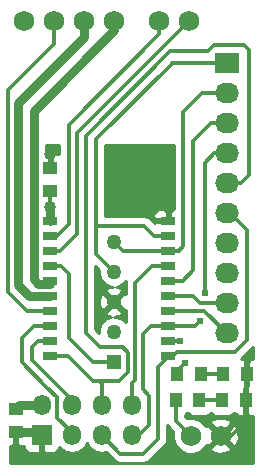
<source format=gbr>
G04 #@! TF.FileFunction,Copper,L1,Top,Signal*
%FSLAX46Y46*%
G04 Gerber Fmt 4.6, Leading zero omitted, Abs format (unit mm)*
G04 Created by KiCad (PCBNEW 0.201411241846+5301~19~ubuntu14.04.1-product) date Tue Jun  9 07:59:30 2015*
%MOMM*%
G01*
G04 APERTURE LIST*
%ADD10C,0.100000*%
%ADD11R,1.300000X1.000000*%
%ADD12R,1.000000X1.300000*%
%ADD13C,1.727200*%
%ADD14R,2.032000X1.727200*%
%ADD15O,2.032000X1.727200*%
%ADD16R,1.270000X1.270000*%
%ADD17C,1.270000*%
%ADD18R,1.270000X0.762000*%
%ADD19R,1.727200X1.727200*%
%ADD20O,1.524000X1.727200*%
%ADD21C,0.609600*%
%ADD22C,1.016000*%
%ADD23C,0.304800*%
%ADD24C,0.750000*%
%ADD25C,0.762000*%
%ADD26C,0.250000*%
%ADD27C,0.500000*%
%ADD28C,0.254000*%
G04 APERTURE END LIST*
D10*
D11*
X132550000Y-61400000D03*
X132550000Y-59400000D03*
X129600000Y-81800000D03*
X129600000Y-79800000D03*
D12*
X147150000Y-76850000D03*
X149150000Y-76850000D03*
X147100000Y-79100000D03*
X149100000Y-79100000D03*
D13*
X146970000Y-82100000D03*
X144430000Y-82100000D03*
X144270000Y-47000000D03*
X141730000Y-47000000D03*
D14*
X147500000Y-50570000D03*
D15*
X147500000Y-53110000D03*
X147500000Y-55650000D03*
X147500000Y-58190000D03*
X147500000Y-60730000D03*
X147500000Y-63270000D03*
X147500000Y-65810000D03*
X147500000Y-68350000D03*
X147500000Y-70890000D03*
X147500000Y-73430000D03*
D16*
X137922000Y-75819000D03*
D17*
X137922000Y-73279000D03*
X137922000Y-70739000D03*
X137922000Y-68199000D03*
X137922000Y-65659000D03*
D13*
X130340000Y-47000000D03*
X132880000Y-47000000D03*
X135420000Y-47000000D03*
X137960000Y-47000000D03*
D12*
X143300000Y-76850000D03*
X145300000Y-76850000D03*
X143150000Y-79100000D03*
X145150000Y-79100000D03*
D18*
X132541000Y-63881000D03*
X132541000Y-65151000D03*
X132541000Y-66421000D03*
X132541000Y-67691000D03*
X132541000Y-68961000D03*
X132541000Y-70231000D03*
X132541000Y-71501000D03*
X132541000Y-72771000D03*
X132541000Y-74041000D03*
X132541000Y-75311000D03*
X142541000Y-63881000D03*
X142541000Y-65151000D03*
X142541000Y-66421000D03*
X142541000Y-67691000D03*
X142541000Y-68961000D03*
X142541000Y-70231000D03*
X142541000Y-71501000D03*
X142541000Y-72771000D03*
X142541000Y-74041000D03*
X142541000Y-75311000D03*
D19*
X131826000Y-82042000D03*
D20*
X131826000Y-79502000D03*
X134366000Y-82042000D03*
X134366000Y-79502000D03*
X136906000Y-82042000D03*
X136906000Y-79502000D03*
X139446000Y-82042000D03*
X139446000Y-79502000D03*
D21*
X149250000Y-75650000D03*
D22*
X142550000Y-62800000D03*
X132550000Y-58250000D03*
X132541000Y-62700000D03*
D21*
X145600000Y-70000000D03*
X145250000Y-72350000D03*
X143500000Y-74050000D03*
X143950000Y-75950000D03*
D23*
X147150000Y-76850000D02*
X145300000Y-76850000D01*
D24*
X131759200Y-81975200D02*
X131826000Y-82042000D01*
D23*
X149150000Y-79050000D02*
X149100000Y-79100000D01*
X149150000Y-76850000D02*
X149150000Y-79050000D01*
X149100000Y-80870000D02*
X147270000Y-82700000D01*
X149100000Y-79100000D02*
X149100000Y-80870000D01*
D25*
X131584000Y-81800000D02*
X131826000Y-82042000D01*
X129600000Y-81800000D02*
X131584000Y-81800000D01*
D23*
X149150000Y-76850000D02*
X149150000Y-75750000D01*
X149150000Y-75750000D02*
X149250000Y-75650000D01*
X142541000Y-62809000D02*
X142541000Y-63881000D01*
X142541000Y-62809000D02*
X142550000Y-62800000D01*
X132550000Y-59400000D02*
X132550000Y-58250000D01*
X147100000Y-79100000D02*
X145150000Y-79100000D01*
D26*
X147447000Y-65786000D02*
X147193000Y-65786000D01*
D23*
X132541000Y-61409000D02*
X132550000Y-61400000D01*
X132541000Y-62700000D02*
X132541000Y-61409000D01*
D25*
X129898000Y-79502000D02*
X129600000Y-79800000D01*
X131826000Y-79502000D02*
X129898000Y-79502000D01*
X132541000Y-63881000D02*
X132541000Y-62700000D01*
D23*
X143150000Y-80820000D02*
X144430000Y-82100000D01*
X143150000Y-79100000D02*
X143150000Y-80820000D01*
D27*
X137922000Y-68199000D02*
X138303000Y-68199000D01*
D23*
X136400000Y-66677000D02*
X137922000Y-68199000D01*
X136400000Y-65750000D02*
X136400000Y-66677000D01*
X142541000Y-65151000D02*
X141351000Y-65151000D01*
X140500000Y-64300000D02*
X141351000Y-65151000D01*
X137650000Y-64300000D02*
X140500000Y-64300000D01*
X136400000Y-64300000D02*
X136400000Y-65750000D01*
X136400000Y-57000000D02*
X136400000Y-64300000D01*
X142900000Y-50500000D02*
X136400000Y-57000000D01*
X147500000Y-50570000D02*
X147070000Y-50570000D01*
X136500000Y-64300000D02*
X136400000Y-64300000D01*
X136400000Y-64300000D02*
X136500000Y-64300000D01*
X137650000Y-64300000D02*
X136400000Y-64300000D01*
X142830000Y-50570000D02*
X142850000Y-50550000D01*
X142850000Y-50550000D02*
X142900000Y-50550000D01*
X142900000Y-50550000D02*
X142900000Y-50500000D01*
X147500000Y-50570000D02*
X142830000Y-50570000D01*
X138684000Y-66421000D02*
X137922000Y-65659000D01*
X142541000Y-66421000D02*
X138684000Y-66421000D01*
X143429000Y-66421000D02*
X143800000Y-66050000D01*
X143800000Y-66050000D02*
X143800000Y-54650000D01*
X143800000Y-54650000D02*
X145340000Y-53110000D01*
X145340000Y-53110000D02*
X147500000Y-53110000D01*
X142541000Y-66421000D02*
X143429000Y-66421000D01*
D26*
X142541000Y-68961000D02*
X142875000Y-68961000D01*
D23*
X143089000Y-68961000D02*
X142541000Y-68961000D01*
X146100000Y-55650000D02*
X144600000Y-57150000D01*
X144600000Y-57150000D02*
X144600000Y-68100000D01*
X144600000Y-68100000D02*
X143739000Y-68961000D01*
X143739000Y-68961000D02*
X142541000Y-68961000D01*
X147500000Y-55650000D02*
X146100000Y-55650000D01*
X133379000Y-66421000D02*
X134800000Y-65000000D01*
X132541000Y-66421000D02*
X133379000Y-66421000D01*
X134800000Y-56450000D02*
X134800000Y-65000000D01*
X144270000Y-46300000D02*
X144200000Y-46300000D01*
X144250000Y-47000000D02*
X134800000Y-56450000D01*
X144270000Y-47000000D02*
X144250000Y-47000000D01*
X133099000Y-65151000D02*
X134100000Y-64150000D01*
X132541000Y-65151000D02*
X133099000Y-65151000D01*
X134100000Y-56750000D02*
X134100000Y-64150000D01*
X141730000Y-46300000D02*
X141730000Y-46370000D01*
X141730000Y-47570000D02*
X141730000Y-46300000D01*
X134100000Y-55750000D02*
X141730000Y-48120000D01*
X141730000Y-48120000D02*
X141730000Y-47000000D01*
X134100000Y-56750000D02*
X134100000Y-55750000D01*
X140900000Y-81200000D02*
X140900000Y-78700000D01*
X140058000Y-82042000D02*
X140900000Y-81200000D01*
X139446000Y-82042000D02*
X140058000Y-82042000D01*
X141079000Y-72771000D02*
X140350000Y-73500000D01*
X140350000Y-73500000D02*
X140350000Y-78150000D01*
X140350000Y-78150000D02*
X140900000Y-78700000D01*
X142541000Y-72771000D02*
X141079000Y-72771000D01*
X146410000Y-58190000D02*
X147500000Y-58190000D01*
X145600000Y-59000000D02*
X146410000Y-58190000D01*
X145600000Y-67050000D02*
X145600000Y-59000000D01*
X145600000Y-67050000D02*
X145600000Y-68800000D01*
X145600000Y-70000000D02*
X145600000Y-68800000D01*
X144829000Y-72771000D02*
X145250000Y-72350000D01*
X142541000Y-72771000D02*
X144829000Y-72771000D01*
X132541000Y-75311000D02*
X132715000Y-75311000D01*
X148670000Y-60730000D02*
X147500000Y-60730000D01*
X149400000Y-60000000D02*
X148670000Y-60730000D01*
X149400000Y-51000000D02*
X149400000Y-60000000D01*
X134011000Y-75311000D02*
X136150000Y-77450000D01*
X136150000Y-77450000D02*
X136650000Y-77450000D01*
X132541000Y-75311000D02*
X134011000Y-75311000D01*
X136906000Y-77706000D02*
X136650000Y-77450000D01*
X136906000Y-79502000D02*
X136906000Y-77706000D01*
X139100000Y-76700000D02*
X138350000Y-77450000D01*
X139100000Y-75050000D02*
X139100000Y-76700000D01*
X138650000Y-74600000D02*
X139100000Y-75050000D01*
X136650000Y-77450000D02*
X138350000Y-77450000D01*
X135550000Y-73400000D02*
X136750000Y-74600000D01*
X136750000Y-74600000D02*
X137550000Y-74600000D01*
X135550000Y-73400000D02*
X135550000Y-56700000D01*
X135550000Y-56700000D02*
X142700000Y-49550000D01*
X137550000Y-74600000D02*
X138650000Y-74600000D01*
X149400000Y-49450000D02*
X148950000Y-49000000D01*
X148950000Y-49000000D02*
X146400000Y-49000000D01*
X146400000Y-49000000D02*
X145850000Y-49550000D01*
X145850000Y-49550000D02*
X142700000Y-49550000D01*
X149400000Y-51000000D02*
X149400000Y-49450000D01*
X147500000Y-63246000D02*
X147904000Y-63246000D01*
X147000000Y-63270000D02*
X147370000Y-63270000D01*
X149150000Y-64700000D02*
X149150000Y-74000000D01*
X147720000Y-63270000D02*
X149150000Y-64700000D01*
X147500000Y-63270000D02*
X147720000Y-63270000D01*
X141650000Y-76300000D02*
X141650000Y-82350000D01*
X141650000Y-82350000D02*
X140400000Y-83600000D01*
X140400000Y-83600000D02*
X138464000Y-83600000D01*
X138464000Y-83600000D02*
X136906000Y-82042000D01*
X142541000Y-75409000D02*
X141650000Y-76300000D01*
X142541000Y-75311000D02*
X142541000Y-75409000D01*
X148150000Y-75000000D02*
X149150000Y-74000000D01*
X143250000Y-75000000D02*
X148150000Y-75000000D01*
X142939000Y-75311000D02*
X143250000Y-75000000D01*
X142541000Y-75311000D02*
X142939000Y-75311000D01*
X144581000Y-70231000D02*
X145240000Y-70890000D01*
X145240000Y-70890000D02*
X147500000Y-70890000D01*
X142541000Y-70231000D02*
X144581000Y-70231000D01*
X147500000Y-73430000D02*
X146780000Y-73430000D01*
X145571000Y-71501000D02*
X147500000Y-73430000D01*
X142541000Y-71501000D02*
X145571000Y-71501000D01*
X133441000Y-67691000D02*
X134150000Y-68400000D01*
X134150000Y-68400000D02*
X134150000Y-73800000D01*
X134150000Y-73800000D02*
X136169000Y-75819000D01*
X136169000Y-75819000D02*
X137922000Y-75819000D01*
X132541000Y-67691000D02*
X133441000Y-67691000D01*
X132880000Y-47000000D02*
X132880000Y-48907800D01*
X130556000Y-71501000D02*
X132541000Y-71501000D01*
X128955800Y-69900800D02*
X130556000Y-71501000D01*
X128955800Y-52832000D02*
X128955800Y-69900800D01*
X132880000Y-48907800D02*
X128955800Y-52832000D01*
D25*
X135420000Y-47000000D02*
X135420000Y-48349000D01*
X130708400Y-70231000D02*
X132541000Y-70231000D01*
X129819400Y-69342000D02*
X130708400Y-70231000D01*
X129819400Y-53949600D02*
X129819400Y-69342000D01*
X135420000Y-48349000D02*
X129819400Y-53949600D01*
X137960000Y-47000000D02*
X137960000Y-47739400D01*
X137960000Y-47739400D02*
X131114800Y-54584600D01*
X131114800Y-54584600D02*
X131114800Y-68859400D01*
X131114800Y-68859400D02*
X131470398Y-69214998D01*
X131470398Y-69214998D02*
X132541000Y-69214998D01*
X132541000Y-69214998D02*
X132541000Y-68961000D01*
D23*
X143500000Y-74050000D02*
X143491000Y-74041000D01*
X143491000Y-74041000D02*
X142541000Y-74041000D01*
X143300000Y-76600000D02*
X143950000Y-75950000D01*
X143300000Y-76850000D02*
X143300000Y-76600000D01*
D26*
X134366000Y-81534000D02*
X134366000Y-82042000D01*
D23*
X130100000Y-74600000D02*
X130100000Y-73800000D01*
X130100000Y-73800000D02*
X131129000Y-72771000D01*
X131129000Y-72771000D02*
X132541000Y-72771000D01*
X133100000Y-78850000D02*
X132200000Y-77950000D01*
X133100000Y-80550000D02*
X133100000Y-78850000D01*
X134366000Y-81816000D02*
X133100000Y-80550000D01*
X134366000Y-82042000D02*
X134366000Y-81816000D01*
X130100000Y-75850000D02*
X132200000Y-77950000D01*
X130100000Y-74600000D02*
X130100000Y-75850000D01*
X134366000Y-79066000D02*
X134366000Y-79502000D01*
X131459000Y-74041000D02*
X130950000Y-74550000D01*
X130950000Y-74550000D02*
X130950000Y-75650000D01*
X130950000Y-75650000D02*
X134366000Y-79066000D01*
X132541000Y-74041000D02*
X131459000Y-74041000D01*
X139446000Y-77654000D02*
X139700000Y-77400000D01*
X139700000Y-77400000D02*
X139700000Y-69150000D01*
X139700000Y-69150000D02*
X141159000Y-67691000D01*
X141159000Y-67691000D02*
X142541000Y-67691000D01*
X139446000Y-79502000D02*
X139446000Y-77654000D01*
D28*
G36*
X133312600Y-58265000D02*
X133073691Y-58265000D01*
X132835750Y-58265000D01*
X132677000Y-58423750D01*
X132677000Y-59273000D01*
X132697000Y-59273000D01*
X132697000Y-59527000D01*
X132677000Y-59527000D01*
X132677000Y-59547000D01*
X132423000Y-59547000D01*
X132423000Y-59527000D01*
X132403000Y-59527000D01*
X132403000Y-59273000D01*
X132423000Y-59273000D01*
X132423000Y-58423750D01*
X132264250Y-58265000D01*
X132130800Y-58265000D01*
X132130800Y-57454800D01*
X133312600Y-57454800D01*
X133312600Y-58265000D01*
X133312600Y-58265000D01*
G37*
X133312600Y-58265000D02*
X133073691Y-58265000D01*
X132835750Y-58265000D01*
X132677000Y-58423750D01*
X132677000Y-59273000D01*
X132697000Y-59273000D01*
X132697000Y-59527000D01*
X132677000Y-59527000D01*
X132677000Y-59547000D01*
X132423000Y-59547000D01*
X132423000Y-59527000D01*
X132403000Y-59527000D01*
X132403000Y-59273000D01*
X132423000Y-59273000D01*
X132423000Y-58423750D01*
X132264250Y-58265000D01*
X132130800Y-58265000D01*
X132130800Y-57454800D01*
X133312600Y-57454800D01*
X133312600Y-58265000D01*
G36*
X138948683Y-68968593D02*
X138912600Y-69150000D01*
X138912600Y-70054554D01*
X138810133Y-70030472D01*
X138101605Y-70739000D01*
X138810133Y-71447528D01*
X138912600Y-71423445D01*
X138912600Y-72473708D01*
X138642337Y-72202974D01*
X138175727Y-72009221D01*
X137958929Y-72009031D01*
X138249023Y-71991906D01*
X138576697Y-71856179D01*
X138630528Y-71627133D01*
X137922000Y-70918605D01*
X137742395Y-71098210D01*
X137742395Y-70739000D01*
X137033867Y-70030472D01*
X136804821Y-70084303D01*
X136639319Y-70561664D01*
X136669094Y-71066023D01*
X136804821Y-71393697D01*
X137033867Y-71447528D01*
X137742395Y-70739000D01*
X137742395Y-71098210D01*
X137213472Y-71627133D01*
X137267303Y-71856179D01*
X137707546Y-72008812D01*
X137670490Y-72008780D01*
X137203542Y-72201718D01*
X136845974Y-72558663D01*
X136652221Y-73025273D01*
X136651904Y-73388352D01*
X136337400Y-73073848D01*
X136337400Y-67727952D01*
X136652135Y-68042687D01*
X136651780Y-68450510D01*
X136844718Y-68917458D01*
X137201663Y-69275026D01*
X137668273Y-69468779D01*
X137885070Y-69468968D01*
X137594977Y-69486094D01*
X137267303Y-69621821D01*
X137213472Y-69850867D01*
X137922000Y-70559395D01*
X138630528Y-69850867D01*
X138576697Y-69621821D01*
X138136453Y-69469187D01*
X138173510Y-69469220D01*
X138640458Y-69276282D01*
X138948683Y-68968593D01*
X138948683Y-68968593D01*
G37*
X138948683Y-68968593D02*
X138912600Y-69150000D01*
X138912600Y-70054554D01*
X138810133Y-70030472D01*
X138101605Y-70739000D01*
X138810133Y-71447528D01*
X138912600Y-71423445D01*
X138912600Y-72473708D01*
X138642337Y-72202974D01*
X138175727Y-72009221D01*
X137958929Y-72009031D01*
X138249023Y-71991906D01*
X138576697Y-71856179D01*
X138630528Y-71627133D01*
X137922000Y-70918605D01*
X137742395Y-71098210D01*
X137742395Y-70739000D01*
X137033867Y-70030472D01*
X136804821Y-70084303D01*
X136639319Y-70561664D01*
X136669094Y-71066023D01*
X136804821Y-71393697D01*
X137033867Y-71447528D01*
X137742395Y-70739000D01*
X137742395Y-71098210D01*
X137213472Y-71627133D01*
X137267303Y-71856179D01*
X137707546Y-72008812D01*
X137670490Y-72008780D01*
X137203542Y-72201718D01*
X136845974Y-72558663D01*
X136652221Y-73025273D01*
X136651904Y-73388352D01*
X136337400Y-73073848D01*
X136337400Y-67727952D01*
X136652135Y-68042687D01*
X136651780Y-68450510D01*
X136844718Y-68917458D01*
X137201663Y-69275026D01*
X137668273Y-69468779D01*
X137885070Y-69468968D01*
X137594977Y-69486094D01*
X137267303Y-69621821D01*
X137213472Y-69850867D01*
X137922000Y-70559395D01*
X138630528Y-69850867D01*
X138576697Y-69621821D01*
X138136453Y-69469187D01*
X138173510Y-69469220D01*
X138640458Y-69276282D01*
X138948683Y-68968593D01*
G36*
X143012600Y-62865000D02*
X142826750Y-62865000D01*
X142668000Y-63023750D01*
X142668000Y-63754000D01*
X142688000Y-63754000D01*
X142688000Y-64008000D01*
X142668000Y-64008000D01*
X142668000Y-64028000D01*
X142414000Y-64028000D01*
X142414000Y-64008000D01*
X142414000Y-63754000D01*
X142414000Y-63023750D01*
X142255250Y-62865000D01*
X142032309Y-62865000D01*
X141779690Y-62865000D01*
X141546301Y-62961673D01*
X141367673Y-63140302D01*
X141271000Y-63373691D01*
X141271000Y-63595250D01*
X141429750Y-63754000D01*
X142414000Y-63754000D01*
X142414000Y-64008000D01*
X141429750Y-64008000D01*
X141375651Y-64062099D01*
X141056776Y-63743224D01*
X140801325Y-63572537D01*
X140500000Y-63512600D01*
X137650000Y-63512600D01*
X137187400Y-63512600D01*
X137187400Y-57454800D01*
X143012600Y-57454800D01*
X143012600Y-62865000D01*
X143012600Y-62865000D01*
G37*
X143012600Y-62865000D02*
X142826750Y-62865000D01*
X142668000Y-63023750D01*
X142668000Y-63754000D01*
X142688000Y-63754000D01*
X142688000Y-64008000D01*
X142668000Y-64008000D01*
X142668000Y-64028000D01*
X142414000Y-64028000D01*
X142414000Y-64008000D01*
X142414000Y-63754000D01*
X142414000Y-63023750D01*
X142255250Y-62865000D01*
X142032309Y-62865000D01*
X141779690Y-62865000D01*
X141546301Y-62961673D01*
X141367673Y-63140302D01*
X141271000Y-63373691D01*
X141271000Y-63595250D01*
X141429750Y-63754000D01*
X142414000Y-63754000D01*
X142414000Y-64008000D01*
X141429750Y-64008000D01*
X141375651Y-64062099D01*
X141056776Y-63743224D01*
X140801325Y-63572537D01*
X140500000Y-63512600D01*
X137650000Y-63512600D01*
X137187400Y-63512600D01*
X137187400Y-57454800D01*
X143012600Y-57454800D01*
X143012600Y-62865000D01*
G36*
X147647000Y-68477000D02*
X147627000Y-68477000D01*
X147627000Y-68497000D01*
X147373000Y-68497000D01*
X147373000Y-68477000D01*
X147353000Y-68477000D01*
X147353000Y-68223000D01*
X147373000Y-68223000D01*
X147373000Y-68203000D01*
X147627000Y-68203000D01*
X147627000Y-68223000D01*
X147647000Y-68223000D01*
X147647000Y-68477000D01*
X147647000Y-68477000D01*
G37*
X147647000Y-68477000D02*
X147627000Y-68477000D01*
X147627000Y-68497000D01*
X147373000Y-68497000D01*
X147373000Y-68477000D01*
X147353000Y-68477000D01*
X147353000Y-68223000D01*
X147373000Y-68223000D01*
X147373000Y-68203000D01*
X147627000Y-68203000D01*
X147627000Y-68223000D01*
X147647000Y-68223000D01*
X147647000Y-68477000D01*
G36*
X149715000Y-84415000D02*
X148480248Y-84415000D01*
X148480248Y-82331970D01*
X148454058Y-81736365D01*
X148276516Y-81307741D01*
X148023805Y-81225800D01*
X147844200Y-81405405D01*
X147844200Y-81046195D01*
X147762259Y-80793484D01*
X147201970Y-80589752D01*
X146606365Y-80615942D01*
X146177741Y-80793484D01*
X146095800Y-81046195D01*
X146970000Y-81920395D01*
X147844200Y-81046195D01*
X147844200Y-81405405D01*
X147149605Y-82100000D01*
X148023805Y-82974200D01*
X148276516Y-82892259D01*
X148480248Y-82331970D01*
X148480248Y-84415000D01*
X147844200Y-84415000D01*
X147844200Y-83153805D01*
X146970000Y-82279605D01*
X146095800Y-83153805D01*
X146177741Y-83406516D01*
X146738030Y-83610248D01*
X147333635Y-83584058D01*
X147762259Y-83406516D01*
X147844200Y-83153805D01*
X147844200Y-84415000D01*
X131699000Y-84415000D01*
X129085000Y-84415000D01*
X129085000Y-82935000D01*
X129314250Y-82935000D01*
X129473000Y-82776250D01*
X129473000Y-81927000D01*
X129453000Y-81927000D01*
X129453000Y-81673000D01*
X129473000Y-81673000D01*
X129473000Y-81653000D01*
X129727000Y-81653000D01*
X129727000Y-81673000D01*
X129747000Y-81673000D01*
X129747000Y-81927000D01*
X129727000Y-81927000D01*
X129727000Y-82776250D01*
X129885750Y-82935000D01*
X130123691Y-82935000D01*
X130327400Y-82935000D01*
X130327400Y-83031910D01*
X130424073Y-83265299D01*
X130602702Y-83443927D01*
X130836091Y-83540600D01*
X131540250Y-83540600D01*
X131699000Y-83381850D01*
X131699000Y-82169000D01*
X131679000Y-82169000D01*
X131679000Y-81915000D01*
X131699000Y-81915000D01*
X131699000Y-81895000D01*
X131953000Y-81895000D01*
X131953000Y-81915000D01*
X131973000Y-81915000D01*
X131973000Y-82169000D01*
X131953000Y-82169000D01*
X131953000Y-83381850D01*
X132111750Y-83540600D01*
X132815909Y-83540600D01*
X133049298Y-83443927D01*
X133227927Y-83265299D01*
X133312147Y-83061973D01*
X133378172Y-83160787D01*
X133831391Y-83463619D01*
X134366000Y-83569959D01*
X134900609Y-83463619D01*
X135353828Y-83160787D01*
X135636000Y-82738487D01*
X135918172Y-83160787D01*
X136371391Y-83463619D01*
X136906000Y-83569959D01*
X137251652Y-83501204D01*
X137907224Y-84156776D01*
X138162675Y-84327463D01*
X138464000Y-84387400D01*
X140400000Y-84387400D01*
X140701325Y-84327463D01*
X140956776Y-84156776D01*
X142206776Y-82906776D01*
X142377463Y-82651325D01*
X142437400Y-82350000D01*
X142437400Y-81143569D01*
X142593224Y-81376776D01*
X142956714Y-81740266D01*
X142931661Y-81800602D01*
X142931141Y-82396782D01*
X143158808Y-82947780D01*
X143580003Y-83369710D01*
X144130602Y-83598339D01*
X144726782Y-83598859D01*
X145277780Y-83371192D01*
X145699710Y-82949997D01*
X145716541Y-82909462D01*
X145916195Y-82974200D01*
X146790395Y-82100000D01*
X145916195Y-81225800D01*
X145716967Y-81290399D01*
X145701192Y-81252220D01*
X145279997Y-80830290D01*
X144729398Y-80601661D01*
X144133218Y-80601141D01*
X144070576Y-80627024D01*
X143937400Y-80493848D01*
X143937400Y-80320720D01*
X144104927Y-80210673D01*
X144149613Y-80144471D01*
X144189327Y-80204927D01*
X144400360Y-80347377D01*
X144650000Y-80397440D01*
X145650000Y-80397440D01*
X145892123Y-80350463D01*
X146104927Y-80210673D01*
X146124273Y-80182011D01*
X146139327Y-80204927D01*
X146350360Y-80347377D01*
X146600000Y-80397440D01*
X147600000Y-80397440D01*
X147842123Y-80350463D01*
X148054927Y-80210673D01*
X148098337Y-80146362D01*
X148240302Y-80288327D01*
X148473691Y-80385000D01*
X148814250Y-80385000D01*
X148973000Y-80226250D01*
X148973000Y-79227000D01*
X148953000Y-79227000D01*
X148953000Y-78973000D01*
X148973000Y-78973000D01*
X148973000Y-78026250D01*
X149023000Y-77976250D01*
X149023000Y-76977000D01*
X149003000Y-76977000D01*
X149003000Y-76723000D01*
X149023000Y-76723000D01*
X149023000Y-75723750D01*
X148864250Y-75565000D01*
X148694467Y-75565000D01*
X148706776Y-75556776D01*
X149706776Y-74556776D01*
X149715000Y-74544467D01*
X149715000Y-75565000D01*
X149435750Y-75565000D01*
X149277000Y-75723750D01*
X149277000Y-76723000D01*
X149297000Y-76723000D01*
X149297000Y-76977000D01*
X149277000Y-76977000D01*
X149277000Y-77923750D01*
X149227000Y-77973750D01*
X149227000Y-78973000D01*
X149247000Y-78973000D01*
X149247000Y-79227000D01*
X149227000Y-79227000D01*
X149227000Y-80226250D01*
X149385750Y-80385000D01*
X149715000Y-80385000D01*
X149715000Y-84415000D01*
X149715000Y-84415000D01*
G37*
X149715000Y-84415000D02*
X148480248Y-84415000D01*
X148480248Y-82331970D01*
X148454058Y-81736365D01*
X148276516Y-81307741D01*
X148023805Y-81225800D01*
X147844200Y-81405405D01*
X147844200Y-81046195D01*
X147762259Y-80793484D01*
X147201970Y-80589752D01*
X146606365Y-80615942D01*
X146177741Y-80793484D01*
X146095800Y-81046195D01*
X146970000Y-81920395D01*
X147844200Y-81046195D01*
X147844200Y-81405405D01*
X147149605Y-82100000D01*
X148023805Y-82974200D01*
X148276516Y-82892259D01*
X148480248Y-82331970D01*
X148480248Y-84415000D01*
X147844200Y-84415000D01*
X147844200Y-83153805D01*
X146970000Y-82279605D01*
X146095800Y-83153805D01*
X146177741Y-83406516D01*
X146738030Y-83610248D01*
X147333635Y-83584058D01*
X147762259Y-83406516D01*
X147844200Y-83153805D01*
X147844200Y-84415000D01*
X131699000Y-84415000D01*
X129085000Y-84415000D01*
X129085000Y-82935000D01*
X129314250Y-82935000D01*
X129473000Y-82776250D01*
X129473000Y-81927000D01*
X129453000Y-81927000D01*
X129453000Y-81673000D01*
X129473000Y-81673000D01*
X129473000Y-81653000D01*
X129727000Y-81653000D01*
X129727000Y-81673000D01*
X129747000Y-81673000D01*
X129747000Y-81927000D01*
X129727000Y-81927000D01*
X129727000Y-82776250D01*
X129885750Y-82935000D01*
X130123691Y-82935000D01*
X130327400Y-82935000D01*
X130327400Y-83031910D01*
X130424073Y-83265299D01*
X130602702Y-83443927D01*
X130836091Y-83540600D01*
X131540250Y-83540600D01*
X131699000Y-83381850D01*
X131699000Y-82169000D01*
X131679000Y-82169000D01*
X131679000Y-81915000D01*
X131699000Y-81915000D01*
X131699000Y-81895000D01*
X131953000Y-81895000D01*
X131953000Y-81915000D01*
X131973000Y-81915000D01*
X131973000Y-82169000D01*
X131953000Y-82169000D01*
X131953000Y-83381850D01*
X132111750Y-83540600D01*
X132815909Y-83540600D01*
X133049298Y-83443927D01*
X133227927Y-83265299D01*
X133312147Y-83061973D01*
X133378172Y-83160787D01*
X133831391Y-83463619D01*
X134366000Y-83569959D01*
X134900609Y-83463619D01*
X135353828Y-83160787D01*
X135636000Y-82738487D01*
X135918172Y-83160787D01*
X136371391Y-83463619D01*
X136906000Y-83569959D01*
X137251652Y-83501204D01*
X137907224Y-84156776D01*
X138162675Y-84327463D01*
X138464000Y-84387400D01*
X140400000Y-84387400D01*
X140701325Y-84327463D01*
X140956776Y-84156776D01*
X142206776Y-82906776D01*
X142377463Y-82651325D01*
X142437400Y-82350000D01*
X142437400Y-81143569D01*
X142593224Y-81376776D01*
X142956714Y-81740266D01*
X142931661Y-81800602D01*
X142931141Y-82396782D01*
X143158808Y-82947780D01*
X143580003Y-83369710D01*
X144130602Y-83598339D01*
X144726782Y-83598859D01*
X145277780Y-83371192D01*
X145699710Y-82949997D01*
X145716541Y-82909462D01*
X145916195Y-82974200D01*
X146790395Y-82100000D01*
X145916195Y-81225800D01*
X145716967Y-81290399D01*
X145701192Y-81252220D01*
X145279997Y-80830290D01*
X144729398Y-80601661D01*
X144133218Y-80601141D01*
X144070576Y-80627024D01*
X143937400Y-80493848D01*
X143937400Y-80320720D01*
X144104927Y-80210673D01*
X144149613Y-80144471D01*
X144189327Y-80204927D01*
X144400360Y-80347377D01*
X144650000Y-80397440D01*
X145650000Y-80397440D01*
X145892123Y-80350463D01*
X146104927Y-80210673D01*
X146124273Y-80182011D01*
X146139327Y-80204927D01*
X146350360Y-80347377D01*
X146600000Y-80397440D01*
X147600000Y-80397440D01*
X147842123Y-80350463D01*
X148054927Y-80210673D01*
X148098337Y-80146362D01*
X148240302Y-80288327D01*
X148473691Y-80385000D01*
X148814250Y-80385000D01*
X148973000Y-80226250D01*
X148973000Y-79227000D01*
X148953000Y-79227000D01*
X148953000Y-78973000D01*
X148973000Y-78973000D01*
X148973000Y-78026250D01*
X149023000Y-77976250D01*
X149023000Y-76977000D01*
X149003000Y-76977000D01*
X149003000Y-76723000D01*
X149023000Y-76723000D01*
X149023000Y-75723750D01*
X148864250Y-75565000D01*
X148694467Y-75565000D01*
X148706776Y-75556776D01*
X149706776Y-74556776D01*
X149715000Y-74544467D01*
X149715000Y-75565000D01*
X149435750Y-75565000D01*
X149277000Y-75723750D01*
X149277000Y-76723000D01*
X149297000Y-76723000D01*
X149297000Y-76977000D01*
X149277000Y-76977000D01*
X149277000Y-77923750D01*
X149227000Y-77973750D01*
X149227000Y-78973000D01*
X149247000Y-78973000D01*
X149247000Y-79227000D01*
X149227000Y-79227000D01*
X149227000Y-80226250D01*
X149385750Y-80385000D01*
X149715000Y-80385000D01*
X149715000Y-84415000D01*
M02*

</source>
